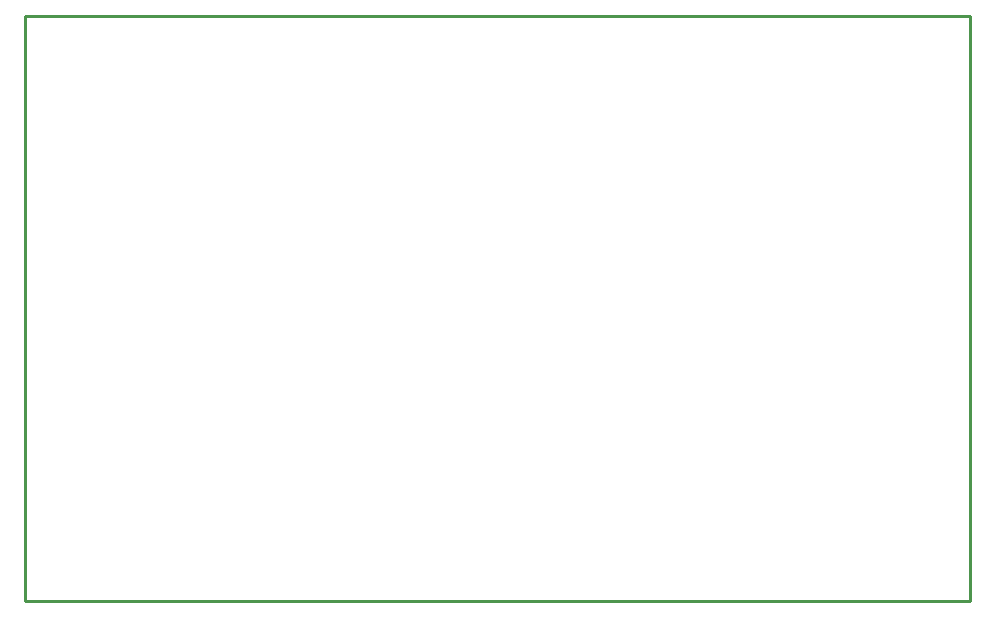
<source format=gbr>
G04 EAGLE Gerber RS-274X export*
G75*
%MOMM*%
%FSLAX34Y34*%
%LPD*%
%IN*%
%IPPOS*%
%AMOC8*
5,1,8,0,0,1.08239X$1,22.5*%
G01*
%ADD10C,0.254000*%


D10*
X-38100Y-368300D02*
X762000Y-368300D01*
X762000Y127000D01*
X-38100Y127000D01*
X-38100Y-368300D01*
M02*

</source>
